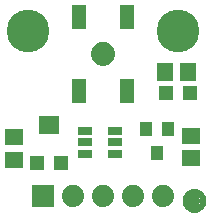
<source format=gbr>
G04 EAGLE Gerber RS-274X export*
G75*
%MOMM*%
%FSLAX34Y34*%
%LPD*%
%INSoldermask Top*%
%IPPOS*%
%AMOC8*
5,1,8,0,0,1.08239X$1,22.5*%
G01*
%ADD10C,1.101600*%
%ADD11C,0.500000*%
%ADD12C,3.617600*%
%ADD13R,1.879600X1.879600*%
%ADD14C,1.879600*%
%ADD15R,1.301600X0.651600*%
%ADD16R,1.701600X1.601600*%
%ADD17R,1.301600X1.301600*%
%ADD18R,1.301600X2.101600*%
%ADD19R,1.101600X1.301600*%
%ADD20R,1.341600X1.601600*%
%ADD21R,1.601600X1.341600*%


D10*
X73660Y142240D03*
D11*
X73660Y149740D02*
X73479Y149738D01*
X73298Y149731D01*
X73117Y149720D01*
X72936Y149705D01*
X72756Y149685D01*
X72576Y149661D01*
X72397Y149633D01*
X72219Y149600D01*
X72042Y149563D01*
X71865Y149522D01*
X71690Y149477D01*
X71515Y149427D01*
X71342Y149373D01*
X71171Y149315D01*
X71000Y149253D01*
X70832Y149186D01*
X70665Y149116D01*
X70499Y149042D01*
X70336Y148963D01*
X70175Y148881D01*
X70015Y148795D01*
X69858Y148705D01*
X69703Y148611D01*
X69550Y148514D01*
X69400Y148412D01*
X69252Y148308D01*
X69106Y148199D01*
X68964Y148088D01*
X68824Y147972D01*
X68687Y147854D01*
X68552Y147732D01*
X68421Y147607D01*
X68293Y147479D01*
X68168Y147348D01*
X68046Y147213D01*
X67928Y147076D01*
X67812Y146936D01*
X67701Y146794D01*
X67592Y146648D01*
X67488Y146500D01*
X67386Y146350D01*
X67289Y146197D01*
X67195Y146042D01*
X67105Y145885D01*
X67019Y145725D01*
X66937Y145564D01*
X66858Y145401D01*
X66784Y145235D01*
X66714Y145068D01*
X66647Y144900D01*
X66585Y144729D01*
X66527Y144558D01*
X66473Y144385D01*
X66423Y144210D01*
X66378Y144035D01*
X66337Y143858D01*
X66300Y143681D01*
X66267Y143503D01*
X66239Y143324D01*
X66215Y143144D01*
X66195Y142964D01*
X66180Y142783D01*
X66169Y142602D01*
X66162Y142421D01*
X66160Y142240D01*
X73660Y149740D02*
X73841Y149738D01*
X74022Y149731D01*
X74203Y149720D01*
X74384Y149705D01*
X74564Y149685D01*
X74744Y149661D01*
X74923Y149633D01*
X75101Y149600D01*
X75278Y149563D01*
X75455Y149522D01*
X75630Y149477D01*
X75805Y149427D01*
X75978Y149373D01*
X76149Y149315D01*
X76320Y149253D01*
X76488Y149186D01*
X76655Y149116D01*
X76821Y149042D01*
X76984Y148963D01*
X77145Y148881D01*
X77305Y148795D01*
X77462Y148705D01*
X77617Y148611D01*
X77770Y148514D01*
X77920Y148412D01*
X78068Y148308D01*
X78214Y148199D01*
X78356Y148088D01*
X78496Y147972D01*
X78633Y147854D01*
X78768Y147732D01*
X78899Y147607D01*
X79027Y147479D01*
X79152Y147348D01*
X79274Y147213D01*
X79392Y147076D01*
X79508Y146936D01*
X79619Y146794D01*
X79728Y146648D01*
X79832Y146500D01*
X79934Y146350D01*
X80031Y146197D01*
X80125Y146042D01*
X80215Y145885D01*
X80301Y145725D01*
X80383Y145564D01*
X80462Y145401D01*
X80536Y145235D01*
X80606Y145068D01*
X80673Y144900D01*
X80735Y144729D01*
X80793Y144558D01*
X80847Y144385D01*
X80897Y144210D01*
X80942Y144035D01*
X80983Y143858D01*
X81020Y143681D01*
X81053Y143503D01*
X81081Y143324D01*
X81105Y143144D01*
X81125Y142964D01*
X81140Y142783D01*
X81151Y142602D01*
X81158Y142421D01*
X81160Y142240D01*
X81158Y142059D01*
X81151Y141878D01*
X81140Y141697D01*
X81125Y141516D01*
X81105Y141336D01*
X81081Y141156D01*
X81053Y140977D01*
X81020Y140799D01*
X80983Y140622D01*
X80942Y140445D01*
X80897Y140270D01*
X80847Y140095D01*
X80793Y139922D01*
X80735Y139751D01*
X80673Y139580D01*
X80606Y139412D01*
X80536Y139245D01*
X80462Y139079D01*
X80383Y138916D01*
X80301Y138755D01*
X80215Y138595D01*
X80125Y138438D01*
X80031Y138283D01*
X79934Y138130D01*
X79832Y137980D01*
X79728Y137832D01*
X79619Y137686D01*
X79508Y137544D01*
X79392Y137404D01*
X79274Y137267D01*
X79152Y137132D01*
X79027Y137001D01*
X78899Y136873D01*
X78768Y136748D01*
X78633Y136626D01*
X78496Y136508D01*
X78356Y136392D01*
X78214Y136281D01*
X78068Y136172D01*
X77920Y136068D01*
X77770Y135966D01*
X77617Y135869D01*
X77462Y135775D01*
X77305Y135685D01*
X77145Y135599D01*
X76984Y135517D01*
X76821Y135438D01*
X76655Y135364D01*
X76488Y135294D01*
X76320Y135227D01*
X76149Y135165D01*
X75978Y135107D01*
X75805Y135053D01*
X75630Y135003D01*
X75455Y134958D01*
X75278Y134917D01*
X75101Y134880D01*
X74923Y134847D01*
X74744Y134819D01*
X74564Y134795D01*
X74384Y134775D01*
X74203Y134760D01*
X74022Y134749D01*
X73841Y134742D01*
X73660Y134740D01*
X73479Y134742D01*
X73298Y134749D01*
X73117Y134760D01*
X72936Y134775D01*
X72756Y134795D01*
X72576Y134819D01*
X72397Y134847D01*
X72219Y134880D01*
X72042Y134917D01*
X71865Y134958D01*
X71690Y135003D01*
X71515Y135053D01*
X71342Y135107D01*
X71171Y135165D01*
X71000Y135227D01*
X70832Y135294D01*
X70665Y135364D01*
X70499Y135438D01*
X70336Y135517D01*
X70175Y135599D01*
X70015Y135685D01*
X69858Y135775D01*
X69703Y135869D01*
X69550Y135966D01*
X69400Y136068D01*
X69252Y136172D01*
X69106Y136281D01*
X68964Y136392D01*
X68824Y136508D01*
X68687Y136626D01*
X68552Y136748D01*
X68421Y136873D01*
X68293Y137001D01*
X68168Y137132D01*
X68046Y137267D01*
X67928Y137404D01*
X67812Y137544D01*
X67701Y137686D01*
X67592Y137832D01*
X67488Y137980D01*
X67386Y138130D01*
X67289Y138283D01*
X67195Y138438D01*
X67105Y138595D01*
X67019Y138755D01*
X66937Y138916D01*
X66858Y139079D01*
X66784Y139245D01*
X66714Y139412D01*
X66647Y139580D01*
X66585Y139751D01*
X66527Y139922D01*
X66473Y140095D01*
X66423Y140270D01*
X66378Y140445D01*
X66337Y140622D01*
X66300Y140799D01*
X66267Y140977D01*
X66239Y141156D01*
X66215Y141336D01*
X66195Y141516D01*
X66180Y141697D01*
X66169Y141878D01*
X66162Y142059D01*
X66160Y142240D01*
D10*
X151130Y17780D03*
D11*
X151130Y25280D02*
X150949Y25278D01*
X150768Y25271D01*
X150587Y25260D01*
X150406Y25245D01*
X150226Y25225D01*
X150046Y25201D01*
X149867Y25173D01*
X149689Y25140D01*
X149512Y25103D01*
X149335Y25062D01*
X149160Y25017D01*
X148985Y24967D01*
X148812Y24913D01*
X148641Y24855D01*
X148470Y24793D01*
X148302Y24726D01*
X148135Y24656D01*
X147969Y24582D01*
X147806Y24503D01*
X147645Y24421D01*
X147485Y24335D01*
X147328Y24245D01*
X147173Y24151D01*
X147020Y24054D01*
X146870Y23952D01*
X146722Y23848D01*
X146576Y23739D01*
X146434Y23628D01*
X146294Y23512D01*
X146157Y23394D01*
X146022Y23272D01*
X145891Y23147D01*
X145763Y23019D01*
X145638Y22888D01*
X145516Y22753D01*
X145398Y22616D01*
X145282Y22476D01*
X145171Y22334D01*
X145062Y22188D01*
X144958Y22040D01*
X144856Y21890D01*
X144759Y21737D01*
X144665Y21582D01*
X144575Y21425D01*
X144489Y21265D01*
X144407Y21104D01*
X144328Y20941D01*
X144254Y20775D01*
X144184Y20608D01*
X144117Y20440D01*
X144055Y20269D01*
X143997Y20098D01*
X143943Y19925D01*
X143893Y19750D01*
X143848Y19575D01*
X143807Y19398D01*
X143770Y19221D01*
X143737Y19043D01*
X143709Y18864D01*
X143685Y18684D01*
X143665Y18504D01*
X143650Y18323D01*
X143639Y18142D01*
X143632Y17961D01*
X143630Y17780D01*
X151130Y25280D02*
X151311Y25278D01*
X151492Y25271D01*
X151673Y25260D01*
X151854Y25245D01*
X152034Y25225D01*
X152214Y25201D01*
X152393Y25173D01*
X152571Y25140D01*
X152748Y25103D01*
X152925Y25062D01*
X153100Y25017D01*
X153275Y24967D01*
X153448Y24913D01*
X153619Y24855D01*
X153790Y24793D01*
X153958Y24726D01*
X154125Y24656D01*
X154291Y24582D01*
X154454Y24503D01*
X154615Y24421D01*
X154775Y24335D01*
X154932Y24245D01*
X155087Y24151D01*
X155240Y24054D01*
X155390Y23952D01*
X155538Y23848D01*
X155684Y23739D01*
X155826Y23628D01*
X155966Y23512D01*
X156103Y23394D01*
X156238Y23272D01*
X156369Y23147D01*
X156497Y23019D01*
X156622Y22888D01*
X156744Y22753D01*
X156862Y22616D01*
X156978Y22476D01*
X157089Y22334D01*
X157198Y22188D01*
X157302Y22040D01*
X157404Y21890D01*
X157501Y21737D01*
X157595Y21582D01*
X157685Y21425D01*
X157771Y21265D01*
X157853Y21104D01*
X157932Y20941D01*
X158006Y20775D01*
X158076Y20608D01*
X158143Y20440D01*
X158205Y20269D01*
X158263Y20098D01*
X158317Y19925D01*
X158367Y19750D01*
X158412Y19575D01*
X158453Y19398D01*
X158490Y19221D01*
X158523Y19043D01*
X158551Y18864D01*
X158575Y18684D01*
X158595Y18504D01*
X158610Y18323D01*
X158621Y18142D01*
X158628Y17961D01*
X158630Y17780D01*
X158628Y17599D01*
X158621Y17418D01*
X158610Y17237D01*
X158595Y17056D01*
X158575Y16876D01*
X158551Y16696D01*
X158523Y16517D01*
X158490Y16339D01*
X158453Y16162D01*
X158412Y15985D01*
X158367Y15810D01*
X158317Y15635D01*
X158263Y15462D01*
X158205Y15291D01*
X158143Y15120D01*
X158076Y14952D01*
X158006Y14785D01*
X157932Y14619D01*
X157853Y14456D01*
X157771Y14295D01*
X157685Y14135D01*
X157595Y13978D01*
X157501Y13823D01*
X157404Y13670D01*
X157302Y13520D01*
X157198Y13372D01*
X157089Y13226D01*
X156978Y13084D01*
X156862Y12944D01*
X156744Y12807D01*
X156622Y12672D01*
X156497Y12541D01*
X156369Y12413D01*
X156238Y12288D01*
X156103Y12166D01*
X155966Y12048D01*
X155826Y11932D01*
X155684Y11821D01*
X155538Y11712D01*
X155390Y11608D01*
X155240Y11506D01*
X155087Y11409D01*
X154932Y11315D01*
X154775Y11225D01*
X154615Y11139D01*
X154454Y11057D01*
X154291Y10978D01*
X154125Y10904D01*
X153958Y10834D01*
X153790Y10767D01*
X153619Y10705D01*
X153448Y10647D01*
X153275Y10593D01*
X153100Y10543D01*
X152925Y10498D01*
X152748Y10457D01*
X152571Y10420D01*
X152393Y10387D01*
X152214Y10359D01*
X152034Y10335D01*
X151854Y10315D01*
X151673Y10300D01*
X151492Y10289D01*
X151311Y10282D01*
X151130Y10280D01*
X150949Y10282D01*
X150768Y10289D01*
X150587Y10300D01*
X150406Y10315D01*
X150226Y10335D01*
X150046Y10359D01*
X149867Y10387D01*
X149689Y10420D01*
X149512Y10457D01*
X149335Y10498D01*
X149160Y10543D01*
X148985Y10593D01*
X148812Y10647D01*
X148641Y10705D01*
X148470Y10767D01*
X148302Y10834D01*
X148135Y10904D01*
X147969Y10978D01*
X147806Y11057D01*
X147645Y11139D01*
X147485Y11225D01*
X147328Y11315D01*
X147173Y11409D01*
X147020Y11506D01*
X146870Y11608D01*
X146722Y11712D01*
X146576Y11821D01*
X146434Y11932D01*
X146294Y12048D01*
X146157Y12166D01*
X146022Y12288D01*
X145891Y12413D01*
X145763Y12541D01*
X145638Y12672D01*
X145516Y12807D01*
X145398Y12944D01*
X145282Y13084D01*
X145171Y13226D01*
X145062Y13372D01*
X144958Y13520D01*
X144856Y13670D01*
X144759Y13823D01*
X144665Y13978D01*
X144575Y14135D01*
X144489Y14295D01*
X144407Y14456D01*
X144328Y14619D01*
X144254Y14785D01*
X144184Y14952D01*
X144117Y15120D01*
X144055Y15291D01*
X143997Y15462D01*
X143943Y15635D01*
X143893Y15810D01*
X143848Y15985D01*
X143807Y16162D01*
X143770Y16339D01*
X143737Y16517D01*
X143709Y16696D01*
X143685Y16876D01*
X143665Y17056D01*
X143650Y17237D01*
X143639Y17418D01*
X143632Y17599D01*
X143630Y17780D01*
D12*
X137160Y161290D03*
X10160Y161290D03*
D13*
X22860Y21590D03*
D14*
X48260Y21590D03*
X73660Y21590D03*
X99060Y21590D03*
X124460Y21590D03*
D15*
X58120Y76810D03*
X58120Y67310D03*
X58120Y57810D03*
X84120Y57810D03*
X84120Y67310D03*
X84120Y76810D03*
D16*
X27940Y82445D03*
D17*
X17940Y49945D03*
X37940Y49945D03*
D18*
X93660Y173240D03*
X93660Y111240D03*
X53660Y111240D03*
X53660Y173240D03*
D19*
X119380Y58580D03*
X109880Y78580D03*
X128880Y78580D03*
D17*
X147660Y109220D03*
X126660Y109220D03*
D20*
X126390Y127000D03*
X145390Y127000D03*
D21*
X148590Y73000D03*
X148590Y54000D03*
X-1270Y52730D03*
X-1270Y71730D03*
M02*

</source>
